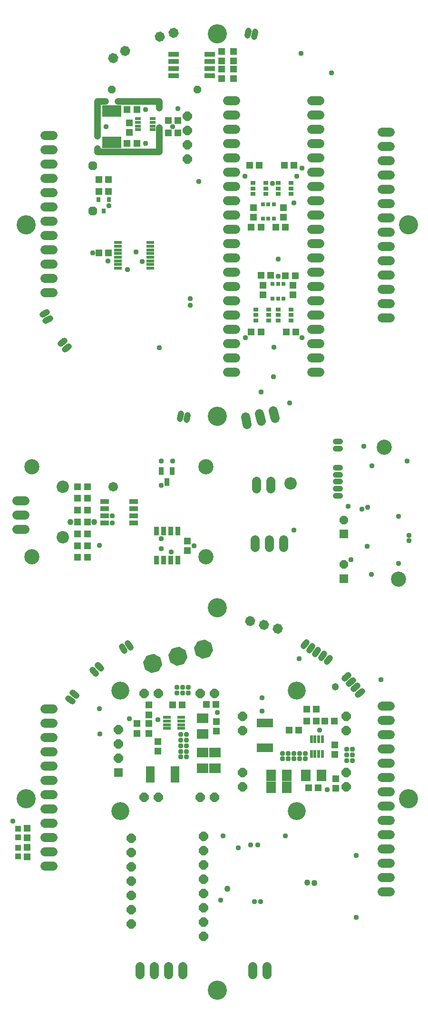
<source format=gbr>
G04 EAGLE Gerber RS-274X export*
G75*
%MOMM*%
%FSLAX34Y34*%
%LPD*%
%INSoldermask Bottom*%
%IPPOS*%
%AMOC8*
5,1,8,0,0,1.08239X$1,22.5*%
G01*
%ADD10C,3.403200*%
%ADD11C,2.203200*%
%ADD12C,2.703200*%
%ADD13C,1.200000*%
%ADD14C,3.203200*%
%ADD15R,1.619200X1.619200*%
%ADD16P,1.752606X8X112.500000*%
%ADD17P,1.752606X8X202.500000*%
%ADD18R,0.603200X1.403200*%
%ADD19R,1.203200X1.303200*%
%ADD20R,1.303200X1.203200*%
%ADD21R,2.003200X1.803200*%
%ADD22R,1.803200X2.003200*%
%ADD23R,3.003200X1.603200*%
%ADD24P,1.752606X8X292.500000*%
%ADD25R,1.403200X0.603200*%
%ADD26R,1.603200X3.003200*%
%ADD27R,1.003200X1.003200*%
%ADD28P,3.467112X8X128.000000*%
%ADD29P,1.843527X8X367.500000*%
%ADD30C,1.103200*%
%ADD31C,1.619200*%
%ADD32C,1.003200*%
%ADD33R,1.503200X1.503200*%
%ADD34P,1.627049X8X292.500000*%
%ADD35P,1.735288X8X112.500000*%
%ADD36R,0.763200X0.933200*%
%ADD37R,1.463200X0.563200*%
%ADD38R,3.403200X2.003200*%
%ADD39R,1.983200X0.923200*%
%ADD40P,1.843527X8X217.500000*%
%ADD41P,1.843527X8X232.500000*%
%ADD42R,0.803200X0.803200*%
%ADD43P,1.532664X8X22.500000*%
%ADD44R,1.103200X0.603200*%
%ADD45R,0.903200X0.703200*%
%ADD46R,1.603200X0.838200*%
%ADD47C,1.703200*%
%ADD48R,0.838200X1.603200*%
%ADD49R,0.838200X1.473200*%
%ADD50C,0.953200*%
%ADD51C,1.303200*%
%ADD52C,1.103200*%


D10*
X380000Y720000D03*
X720000Y380000D03*
X380000Y40000D03*
X40000Y380000D03*
D11*
X510000Y941000D03*
D12*
X677500Y1005000D03*
X702500Y770000D03*
D10*
X40000Y1400000D03*
X380000Y1060000D03*
X720000Y1400000D03*
X380000Y1740000D03*
D13*
X277000Y1530000D02*
X167000Y1530000D01*
X277000Y1530000D02*
X277000Y1573000D01*
X167000Y1536000D02*
X167000Y1530000D01*
X167000Y1620000D02*
X181000Y1620000D01*
X203000Y1620000D02*
X277000Y1620000D01*
X167000Y1620000D02*
X167000Y1558000D01*
X277000Y1608000D02*
X277000Y1620000D01*
D12*
X50000Y970000D03*
X50000Y810000D03*
X360000Y970000D03*
X360000Y810000D03*
D14*
X207000Y358000D03*
X207000Y572000D03*
X521000Y572000D03*
D15*
X204000Y426900D03*
D16*
X204000Y452300D03*
X204000Y477700D03*
X204000Y503100D03*
D14*
X521000Y358000D03*
D17*
X609500Y401300D03*
X609500Y426700D03*
X609500Y501300D03*
X609500Y526700D03*
X424500Y526700D03*
X424500Y501300D03*
X424500Y426700D03*
X424500Y401300D03*
D18*
X566750Y460000D03*
X560250Y460000D03*
X553750Y460000D03*
X547250Y460000D03*
X547250Y486000D03*
X553750Y486000D03*
X560250Y486000D03*
X566750Y486000D03*
D19*
X589000Y458500D03*
X589000Y475500D03*
D20*
X591000Y415500D03*
X591000Y398500D03*
D21*
X354000Y495000D03*
X354000Y523000D03*
D19*
X378000Y500500D03*
X378000Y517500D03*
D20*
X507500Y502000D03*
X524500Y502000D03*
D19*
X571500Y518000D03*
X588500Y518000D03*
X556500Y518000D03*
X539500Y518000D03*
D20*
X539500Y539000D03*
X556500Y539000D03*
D22*
X504000Y422000D03*
X476000Y422000D03*
X504000Y400000D03*
X476000Y400000D03*
D23*
X465000Y471000D03*
X465000Y515000D03*
D24*
X374700Y567500D03*
X349300Y567500D03*
X274700Y567500D03*
X249300Y567500D03*
X249300Y382500D03*
X274700Y382500D03*
X349300Y382500D03*
X374700Y382500D03*
D25*
X316000Y524750D03*
X316000Y518250D03*
X316000Y511750D03*
X316000Y505250D03*
X290000Y505250D03*
X290000Y511750D03*
X290000Y518250D03*
X290000Y524750D03*
D20*
X317500Y547000D03*
X300500Y547000D03*
D19*
X360500Y548000D03*
X377500Y548000D03*
D22*
X537200Y421600D03*
X565200Y421600D03*
D20*
X542600Y399600D03*
X559600Y399600D03*
D19*
X274000Y464500D03*
X274000Y481500D03*
D20*
X258000Y529500D03*
X258000Y546500D03*
X258000Y513500D03*
X258000Y496500D03*
D19*
X237000Y496500D03*
X237000Y513500D03*
D21*
X375500Y462000D03*
X375500Y434000D03*
X353500Y462000D03*
X353500Y434000D03*
D26*
X305000Y423000D03*
X261000Y423000D03*
D27*
X25000Y292500D03*
X25000Y277500D03*
D20*
X41000Y276500D03*
X41000Y293500D03*
D27*
X25000Y326500D03*
X25000Y311500D03*
D20*
X41000Y310500D03*
X41000Y327500D03*
D16*
X227000Y157800D03*
X227000Y183200D03*
X227000Y208600D03*
X227000Y234000D03*
X227000Y259400D03*
X227000Y284800D03*
X227000Y310200D03*
D17*
X355800Y236700D03*
X355800Y211300D03*
X355800Y185900D03*
X355800Y160500D03*
X355800Y135100D03*
X355800Y262100D03*
X355800Y287500D03*
X355800Y312900D03*
D28*
X264709Y620440D03*
X310000Y633000D03*
X355291Y645560D03*
D29*
X487341Y682478D03*
X463193Y688948D03*
X438272Y695626D03*
D30*
X224993Y649504D02*
X220357Y657219D01*
X209643Y650781D02*
X214278Y643067D01*
X172709Y611680D02*
X166571Y618262D01*
X157429Y609737D02*
X163567Y603155D01*
X128957Y563958D02*
X121585Y569120D01*
X114415Y558880D02*
X121788Y553718D01*
D31*
X672920Y545100D02*
X687080Y545100D01*
X687080Y519700D02*
X672920Y519700D01*
X672920Y494300D02*
X687080Y494300D01*
X687080Y468900D02*
X672920Y468900D01*
X672920Y443500D02*
X687080Y443500D01*
X687080Y418100D02*
X672920Y418100D01*
X672920Y392700D02*
X687080Y392700D01*
X687080Y367300D02*
X672920Y367300D01*
X672920Y341900D02*
X687080Y341900D01*
X687080Y316500D02*
X672920Y316500D01*
X672920Y291100D02*
X687080Y291100D01*
X687080Y265700D02*
X672920Y265700D01*
X672920Y240300D02*
X687080Y240300D01*
X687080Y214900D02*
X672920Y214900D01*
X87080Y539700D02*
X72920Y539700D01*
X72920Y514300D02*
X87080Y514300D01*
X87080Y488900D02*
X72920Y488900D01*
X72920Y463500D02*
X87080Y463500D01*
X87080Y438100D02*
X72920Y438100D01*
X72920Y412700D02*
X87080Y412700D01*
X87080Y387300D02*
X72920Y387300D01*
X72920Y361900D02*
X87080Y361900D01*
X87080Y336500D02*
X72920Y336500D01*
X72920Y311100D02*
X87080Y311100D01*
X87080Y285700D02*
X72920Y285700D01*
X72920Y260300D02*
X87080Y260300D01*
D30*
X630158Y565852D02*
X637052Y571637D01*
X629017Y581212D02*
X622123Y575427D01*
X614088Y585003D02*
X620983Y590788D01*
X612948Y600363D02*
X606053Y594578D01*
X574693Y623559D02*
X579726Y631020D01*
X569363Y638010D02*
X564330Y630549D01*
X553967Y637539D02*
X559000Y645000D01*
X548637Y651990D02*
X543604Y644529D01*
X533241Y651518D02*
X538274Y658980D01*
D31*
X467700Y82080D02*
X467700Y67920D01*
X442300Y67920D02*
X442300Y82080D01*
X241900Y82080D02*
X241900Y67920D01*
X267300Y67920D02*
X267300Y82080D01*
X292700Y82080D02*
X292700Y67920D01*
X318100Y67920D02*
X318100Y82080D01*
X446600Y826920D02*
X446600Y841080D01*
X472000Y841080D02*
X472000Y826920D01*
X497400Y826920D02*
X497400Y841080D01*
X474700Y930920D02*
X474700Y945080D01*
X449300Y945080D02*
X449300Y930920D01*
D32*
X590500Y968750D02*
X598500Y968750D01*
X598500Y956250D02*
X590500Y956250D01*
X590500Y943750D02*
X598500Y943750D01*
X598500Y931250D02*
X590500Y931250D01*
X590500Y918750D02*
X598500Y918750D01*
X598500Y1014750D02*
X590500Y1014750D01*
X590500Y1002250D02*
X598500Y1002250D01*
D33*
X605500Y850500D03*
D34*
X605500Y875500D03*
D33*
X605500Y771500D03*
D34*
X605500Y796500D03*
D35*
X158000Y1425000D03*
X158000Y1505000D03*
D36*
X177623Y1425058D03*
X187123Y1445058D03*
X168123Y1445058D03*
D19*
X169500Y1460000D03*
X186500Y1460000D03*
X186500Y1481000D03*
X169500Y1481000D03*
D31*
X479266Y1070410D02*
X482330Y1056585D01*
X457532Y1051088D02*
X454468Y1064912D01*
X429670Y1059415D02*
X432734Y1045590D01*
X412080Y1621300D02*
X397920Y1621300D01*
X397920Y1595900D02*
X412080Y1595900D01*
X412080Y1570500D02*
X397920Y1570500D01*
X397920Y1545100D02*
X412080Y1545100D01*
X412080Y1519700D02*
X397920Y1519700D01*
X397920Y1494300D02*
X412080Y1494300D01*
X412080Y1468900D02*
X397920Y1468900D01*
X397920Y1443500D02*
X412080Y1443500D01*
X412080Y1418100D02*
X397920Y1418100D01*
X397920Y1392700D02*
X412080Y1392700D01*
X412080Y1367300D02*
X397920Y1367300D01*
X397920Y1341900D02*
X412080Y1341900D01*
X412080Y1316500D02*
X397920Y1316500D01*
X397920Y1291100D02*
X412080Y1291100D01*
X412080Y1265700D02*
X397920Y1265700D01*
X397920Y1240300D02*
X412080Y1240300D01*
X412080Y1214900D02*
X397920Y1214900D01*
X397920Y1189500D02*
X412080Y1189500D01*
X412080Y1164100D02*
X397920Y1164100D01*
X397920Y1138700D02*
X412080Y1138700D01*
X547920Y1138700D02*
X562080Y1138700D01*
X562080Y1164100D02*
X547920Y1164100D01*
X547920Y1189500D02*
X562080Y1189500D01*
X562080Y1214900D02*
X547920Y1214900D01*
X547920Y1240300D02*
X562080Y1240300D01*
X562080Y1265700D02*
X547920Y1265700D01*
X547920Y1291100D02*
X562080Y1291100D01*
X562080Y1316500D02*
X547920Y1316500D01*
X547920Y1341900D02*
X562080Y1341900D01*
X562080Y1367300D02*
X547920Y1367300D01*
X547920Y1392700D02*
X562080Y1392700D01*
X562080Y1418100D02*
X547920Y1418100D01*
X547920Y1443500D02*
X562080Y1443500D01*
X562080Y1468900D02*
X547920Y1468900D01*
X547920Y1494300D02*
X562080Y1494300D01*
X562080Y1519700D02*
X547920Y1519700D01*
X547920Y1545100D02*
X562080Y1545100D01*
X562080Y1570500D02*
X547920Y1570500D01*
X547920Y1595900D02*
X562080Y1595900D01*
X562080Y1621300D02*
X547920Y1621300D01*
D24*
X326300Y1593100D03*
X326300Y1567700D03*
X326300Y1542300D03*
X326300Y1516900D03*
D19*
X292500Y1564000D03*
X309500Y1564000D03*
X292500Y1586000D03*
X309500Y1586000D03*
D37*
X261000Y1368750D03*
X261000Y1362250D03*
X261000Y1355750D03*
X261000Y1349250D03*
X261000Y1342750D03*
X261000Y1336250D03*
X261000Y1329750D03*
X261000Y1323250D03*
X203000Y1323250D03*
X203000Y1329750D03*
X203000Y1336250D03*
X203000Y1342750D03*
X203000Y1349250D03*
X203000Y1355750D03*
X203000Y1362250D03*
X203000Y1368750D03*
D19*
X219500Y1545000D03*
X236500Y1545000D03*
X219500Y1605000D03*
X236500Y1605000D03*
X223000Y1564500D03*
X223000Y1581500D03*
D38*
X192000Y1603000D03*
X192000Y1547000D03*
D39*
X366300Y1703050D03*
X366300Y1690350D03*
X366300Y1677650D03*
X366300Y1664950D03*
X301700Y1664950D03*
X301700Y1677650D03*
X301700Y1690350D03*
X301700Y1703050D03*
D40*
X277926Y1734765D03*
X302074Y1741235D03*
D20*
X388000Y1691500D03*
X388000Y1708500D03*
X409000Y1708500D03*
X409000Y1691500D03*
D41*
X194175Y1696750D03*
X215825Y1709250D03*
D20*
X388000Y1660500D03*
X388000Y1677500D03*
X409000Y1677500D03*
X409000Y1660500D03*
D30*
X433282Y1737222D02*
X434845Y1746085D01*
X447155Y1743915D02*
X445592Y1735051D01*
X326718Y1062778D02*
X325155Y1053915D01*
X312845Y1056085D02*
X314408Y1064949D01*
X115136Y1184796D02*
X108044Y1179255D01*
X100348Y1189105D02*
X107440Y1194646D01*
D42*
X478500Y1295000D03*
X488000Y1295000D03*
X497500Y1295000D03*
X497500Y1269000D03*
X488000Y1269000D03*
X478500Y1269000D03*
D19*
X440500Y1210000D03*
X457500Y1210000D03*
X519500Y1210000D03*
X502500Y1210000D03*
D20*
X461000Y1275500D03*
X461000Y1292500D03*
X515000Y1275500D03*
X515000Y1292500D03*
D19*
X474500Y1311000D03*
X457500Y1311000D03*
X501500Y1310000D03*
X518500Y1310000D03*
D42*
X480500Y1411000D03*
X471000Y1411000D03*
X461500Y1411000D03*
X461500Y1437000D03*
X471000Y1437000D03*
X480500Y1437000D03*
D19*
X516500Y1506000D03*
X499500Y1506000D03*
X437500Y1506000D03*
X454500Y1506000D03*
D20*
X498000Y1430500D03*
X498000Y1413500D03*
X444000Y1430500D03*
X444000Y1413500D03*
D19*
X484500Y1396000D03*
X501500Y1396000D03*
X457500Y1396000D03*
X440500Y1396000D03*
X169500Y1350000D03*
X186500Y1350000D03*
D43*
X191800Y1641000D03*
X344200Y1641000D03*
D31*
X672920Y1565100D02*
X687080Y1565100D01*
X687080Y1539700D02*
X672920Y1539700D01*
X672920Y1514300D02*
X687080Y1514300D01*
X687080Y1488900D02*
X672920Y1488900D01*
X672920Y1463500D02*
X687080Y1463500D01*
X687080Y1438100D02*
X672920Y1438100D01*
X672920Y1412700D02*
X687080Y1412700D01*
X687080Y1387300D02*
X672920Y1387300D01*
X672920Y1361900D02*
X687080Y1361900D01*
X687080Y1336500D02*
X672920Y1336500D01*
X672920Y1311100D02*
X687080Y1311100D01*
X687080Y1285700D02*
X672920Y1285700D01*
X672920Y1260300D02*
X687080Y1260300D01*
X687080Y1234900D02*
X672920Y1234900D01*
X87080Y1559700D02*
X72920Y1559700D01*
X72920Y1534300D02*
X87080Y1534300D01*
X87080Y1508900D02*
X72920Y1508900D01*
X72920Y1483500D02*
X87080Y1483500D01*
X87080Y1458100D02*
X72920Y1458100D01*
X72920Y1432700D02*
X87080Y1432700D01*
X87080Y1407300D02*
X72920Y1407300D01*
X72920Y1381900D02*
X87080Y1381900D01*
X87080Y1356500D02*
X72920Y1356500D01*
X72920Y1331100D02*
X87080Y1331100D01*
X87080Y1305700D02*
X72920Y1305700D01*
X72920Y1280300D02*
X87080Y1280300D01*
D30*
X81849Y1234392D02*
X73902Y1230167D01*
X68034Y1241203D02*
X75980Y1245429D01*
D44*
X239000Y1569250D03*
X239000Y1575750D03*
X239000Y1582250D03*
X239000Y1588750D03*
X265000Y1588750D03*
X265000Y1582250D03*
X265000Y1575750D03*
X265000Y1569250D03*
D45*
X448500Y1230000D03*
X448500Y1240000D03*
X448500Y1250000D03*
X471500Y1250000D03*
X471500Y1240000D03*
X471500Y1230000D03*
X511500Y1250000D03*
X511500Y1240000D03*
X511500Y1230000D03*
X488500Y1230000D03*
X488500Y1240000D03*
X488500Y1250000D03*
X511500Y1475000D03*
X511500Y1465000D03*
X511500Y1455000D03*
X488500Y1455000D03*
X488500Y1465000D03*
X488500Y1475000D03*
X443500Y1455000D03*
X443500Y1465000D03*
X443500Y1475000D03*
X466500Y1475000D03*
X466500Y1465000D03*
X466500Y1455000D03*
D20*
X131500Y809000D03*
X148500Y809000D03*
D19*
X327000Y838500D03*
X327000Y821500D03*
X148500Y872000D03*
X131500Y872000D03*
X148500Y851000D03*
X131500Y851000D03*
X131500Y893000D03*
X148500Y893000D03*
X148500Y914000D03*
X131500Y914000D03*
X131500Y830000D03*
X148500Y830000D03*
X148500Y935000D03*
X131500Y935000D03*
D46*
X179000Y870000D03*
X179000Y882700D03*
X179000Y895400D03*
X179000Y908100D03*
X231000Y908100D03*
X231000Y895400D03*
X231000Y882700D03*
X231000Y870000D03*
D11*
X105000Y845000D03*
X105000Y935000D03*
D47*
X195000Y935000D03*
D48*
X310000Y804000D03*
X297300Y804000D03*
X284600Y804000D03*
X271900Y804000D03*
X271900Y856000D03*
X284600Y856000D03*
X297300Y856000D03*
X310000Y856000D03*
D49*
X290000Y943000D03*
X280500Y963000D03*
X299500Y963000D03*
D31*
X37080Y859600D02*
X22920Y859600D01*
X22920Y885000D02*
X37080Y885000D01*
X37080Y910400D02*
X22920Y910400D01*
D50*
X516295Y460797D03*
X536295Y460797D03*
X526295Y460797D03*
X506295Y460797D03*
X496295Y460797D03*
X536295Y450797D03*
X526295Y450797D03*
X516295Y450797D03*
X506295Y450797D03*
X496295Y450797D03*
X620295Y467797D03*
X610295Y467797D03*
X610295Y457797D03*
X620295Y457797D03*
X610295Y447797D03*
X620295Y447797D03*
X315203Y474295D03*
X315203Y494295D03*
X315203Y484295D03*
X315203Y464295D03*
X315203Y454295D03*
X325203Y494295D03*
X325203Y484295D03*
X325203Y474295D03*
X325203Y464295D03*
X325203Y454295D03*
X308203Y578295D03*
X308203Y568295D03*
X318203Y568295D03*
X318203Y578295D03*
X328203Y568295D03*
X328203Y578295D03*
X501000Y314000D03*
X390000Y314000D03*
D51*
X590000Y579000D03*
D50*
X16000Y340000D03*
X627000Y279000D03*
X627000Y169000D03*
X417000Y293000D03*
X460000Y536000D03*
X460000Y560000D03*
X170000Y540000D03*
X223000Y522000D03*
X575295Y395797D03*
X562295Y501797D03*
X380203Y533295D03*
X274203Y520295D03*
X446000Y197000D03*
X439000Y298000D03*
X457000Y197000D03*
X452000Y298000D03*
D52*
X398000Y220000D03*
X553000Y230000D03*
X540000Y231000D03*
D50*
X386000Y200000D03*
X526000Y629000D03*
X170718Y495000D03*
X671000Y592000D03*
X516000Y858000D03*
X653919Y779018D03*
X717500Y980000D03*
X647808Y898218D03*
X612500Y900000D03*
X655218Y972318D03*
X640500Y1006348D03*
X721178Y848000D03*
X721178Y839000D03*
X702500Y882000D03*
X702500Y798000D03*
X617500Y805000D03*
X637674Y895174D03*
X646500Y829000D03*
X252000Y1605000D03*
X252000Y1545000D03*
X182000Y1575000D03*
X481000Y1183000D03*
X246000Y1335000D03*
X158282Y1350000D03*
X187123Y1434000D03*
X478000Y1474000D03*
X516000Y1439000D03*
X488000Y1339000D03*
X488000Y1309000D03*
X531000Y1501000D03*
X509000Y1084000D03*
X277000Y1182000D03*
X430000Y1200000D03*
X531000Y1200000D03*
X521000Y1487000D03*
X429000Y1487000D03*
X347000Y1477000D03*
X310000Y1607000D03*
X480000Y1130000D03*
X458000Y1103000D03*
X220000Y1321000D03*
X300089Y1575089D03*
X332000Y1269000D03*
X332000Y1257000D03*
X529000Y1705000D03*
X583000Y1670000D03*
X235000Y1352000D03*
X185000Y1336000D03*
X193000Y870000D03*
D52*
X161000Y872000D03*
D50*
X193000Y883000D03*
D52*
X118000Y872000D03*
D50*
X280000Y842000D03*
X297718Y819000D03*
X280000Y824936D03*
X280000Y980000D03*
X300000Y980000D03*
X280000Y937000D03*
X338442Y829558D03*
X169750Y830250D03*
M02*

</source>
